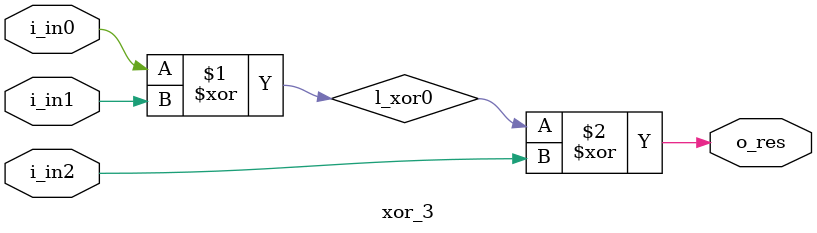
<source format=sv>
/**
 *3 Input xor (because we don't use bitwise operators apperantly)
 **/
module xor_3 ( input  logic i_in0,
                            i_in1,
                            i_in2,
               output logic o_res );
    logic l_xor0;
    xor xor_0 (l_xor0, i_in0, i_in1);
    xor xor_1 (o_res, l_xor0, i_in2);
endmodule
</source>
